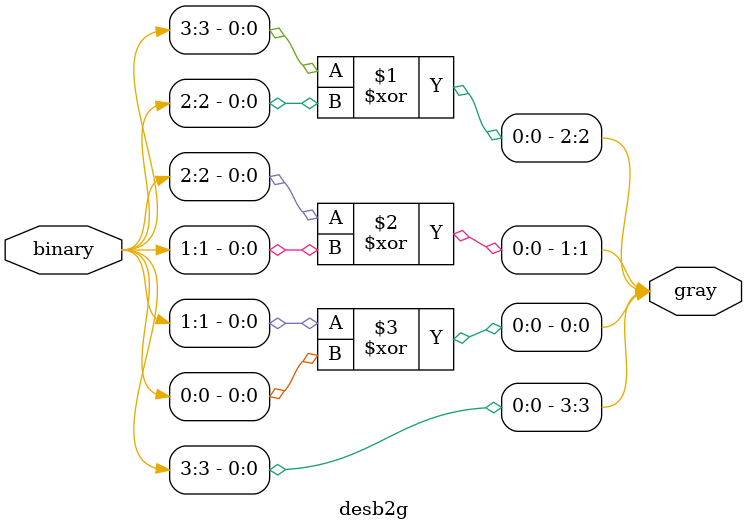
<source format=sv>
module desb2g
  #(
    parameter WIDTH = 4 
  )(
    input  logic [WIDTH-1:0] binary,
    output logic [WIDTH-1:0] gray
  );

  assign gray[WIDTH-1] = binary[WIDTH-1]; // MSB same

  genvar i;
  generate
    for (i = WIDTH-2; i >= 0; i = i - 1) begin
      assign gray[i] = binary[i+1] ^ binary[i];
    end
  endgenerate

endmodule : desb2g
</source>
